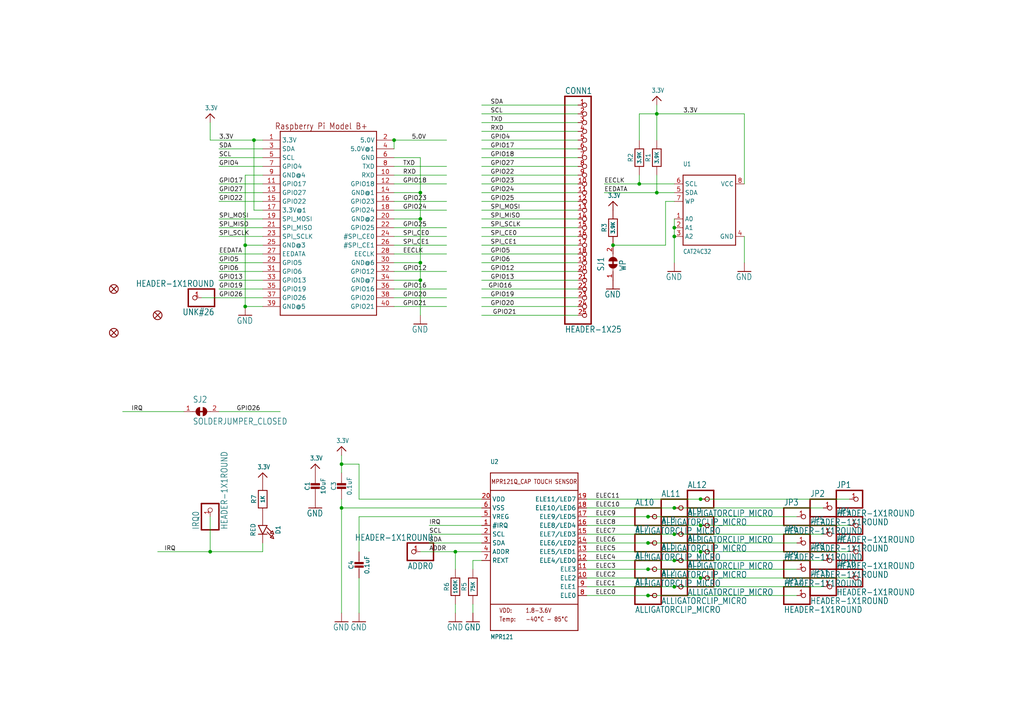
<source format=kicad_sch>
(kicad_sch (version 20211123) (generator eeschema)
  (paper "A4")
  (lib_symbols
    (symbol "eagleSchem-eagle-import:3.3V" (power)
      (property "Value" "3.3V" (at -1.524 1.016 0))
      (symbol "3.3V_1_0"
        (polyline (pts (xy -1.27 -1.27) (xy 0 0)) (stroke (width 0.254)))
        (polyline (pts (xy 0 0) (xy 1.27 -1.27)) (stroke (width 0.254)))
        (pin power_in line (at 0 -2.54 90) (length 2.54) (name "3.3V") (number "1"))
      )
    )
    (symbol "eagleSchem-eagle-import:ALLIGATORCLIP_MICRO"
      (property "Reference" "AL" (at -6.35 3.175 0))
      (property "Value" "ALLIGATORCLIP_MICRO" (at -6.35 -5.08 0))
      (symbol "ALLIGATORCLIP_MICRO_1_0"
        (polyline (pts (xy -6.35 -2.54) (xy 1.27 -2.54)) (stroke (width 0.4064)))
        (polyline (pts (xy -6.35 2.54) (xy -6.35 -2.54)) (stroke (width 0.4064)))
        (polyline (pts (xy 1.27 -2.54) (xy 1.27 2.54)) (stroke (width 0.4064)))
        (polyline (pts (xy 1.27 2.54) (xy -6.35 2.54)) (stroke (width 0.4064)))
        (pin passive inverted (at -2.54 0 0) (length 2.54) (name "1") (number "P$1"))
        (pin passive inverted (at -2.54 0 0) (length 2.54) (name "1") (number "P$2"))
      )
    )
    (symbol "eagleSchem-eagle-import:CAP_CERAMIC0805-NOOUTLINE"
      (property "Reference" "C" (at -2.29 1.25 90))
      (property "Value" "CAP_CERAMIC0805-NOOUTLINE" (at 2.3 1.25 90))
      (symbol "CAP_CERAMIC0805-NOOUTLINE_1_0"
        (rectangle (start -1.27 0.508) (end 1.27 1.016) (fill (type outline)))
        (rectangle (start -1.27 1.524) (end 1.27 2.032) (fill (type outline)))
        (polyline (pts (xy 0 0.762) (xy 0 0)) (stroke (width 0.1524)))
        (polyline (pts (xy 0 2.54) (xy 0 1.778)) (stroke (width 0.1524)))
        (pin passive line (at 0 5.08 270) (length 2.54) (name "1") (number "1"))
        (pin passive line (at 0 -2.54 90) (length 2.54) (name "2") (number "2"))
      )
    )
    (symbol "eagleSchem-eagle-import:EEPROM_I2C_SOIC8_GENERIC"
      (property "Reference" "U" (at -7.62 12.7 0))
      (property "Value" "EEPROM_I2C_SOIC8_GENERIC" (at -7.62 -12.7 0))
      (symbol "EEPROM_I2C_SOIC8_GENERIC_1_0"
        (polyline (pts (xy -7.62 -10.16) (xy -7.62 10.16)) (stroke (width 0.254)))
        (polyline (pts (xy -7.62 10.16) (xy 7.62 10.16)) (stroke (width 0.254)))
        (polyline (pts (xy 7.62 -10.16) (xy -7.62 -10.16)) (stroke (width 0.254)))
        (polyline (pts (xy 7.62 10.16) (xy 7.62 -10.16)) (stroke (width 0.254)))
        (pin input line (at -10.16 -2.54 0) (length 2.54) (name "A0") (number "1"))
        (pin input line (at -10.16 -5.08 0) (length 2.54) (name "A1") (number "2"))
        (pin input line (at -10.16 -7.62 0) (length 2.54) (name "A2") (number "3"))
        (pin power_in line (at 10.16 -7.62 180) (length 2.54) (name "GND") (number "4"))
        (pin bidirectional line (at -10.16 5.08 0) (length 2.54) (name "SDA") (number "5"))
        (pin input line (at -10.16 7.62 0) (length 2.54) (name "SCL") (number "6"))
        (pin input line (at -10.16 2.54 0) (length 2.54) (name "WP") (number "7"))
        (pin power_in line (at 10.16 7.62 180) (length 2.54) (name "VCC") (number "8"))
      )
    )
    (symbol "eagleSchem-eagle-import:FIDUCIAL{dblquote}{dblquote}"
      (symbol "FIDUCIAL{dblquote}{dblquote}_1_0"
        (polyline (pts (xy -0.762 0.762) (xy 0.762 -0.762)) (stroke (width 0.254)))
        (polyline (pts (xy 0.762 0.762) (xy -0.762 -0.762)) (stroke (width 0.254)))
        (circle (center 0 0) (radius 1.27) (stroke (width 0.254)))
      )
    )
    (symbol "eagleSchem-eagle-import:GND" (power)
      (property "Value" "GND" (at -2.54 -2.54 0))
      (symbol "GND_1_0"
        (polyline (pts (xy -1.905 0) (xy 1.905 0)) (stroke (width 0.254)))
        (pin power_in line (at 0 2.54 270) (length 2.54) (name "GND") (number "1"))
      )
    )
    (symbol "eagleSchem-eagle-import:HEADER-1X1ROUND"
      (property "Reference" "JP" (at -6.35 3.175 0))
      (property "Value" "HEADER-1X1ROUND" (at -6.35 -5.08 0))
      (symbol "HEADER-1X1ROUND_1_0"
        (polyline (pts (xy -6.35 -2.54) (xy 1.27 -2.54)) (stroke (width 0.4064)))
        (polyline (pts (xy -6.35 2.54) (xy -6.35 -2.54)) (stroke (width 0.4064)))
        (polyline (pts (xy 1.27 -2.54) (xy 1.27 2.54)) (stroke (width 0.4064)))
        (polyline (pts (xy 1.27 2.54) (xy -6.35 2.54)) (stroke (width 0.4064)))
        (pin passive inverted (at -2.54 0 0) (length 2.54) (name "1") (number "1"))
      )
    )
    (symbol "eagleSchem-eagle-import:HEADER-1X25"
      (property "Reference" "CONN" (at -3.81 33.655 0))
      (property "Value" "HEADER-1X25" (at -3.81 -35.56 0))
      (symbol "HEADER-1X25_1_0"
        (polyline (pts (xy -3.81 -33.02) (xy 3.81 -33.02)) (stroke (width 0.4064)))
        (polyline (pts (xy -3.81 33.02) (xy -3.81 -33.02)) (stroke (width 0.4064)))
        (polyline (pts (xy 3.81 -33.02) (xy 3.81 33.02)) (stroke (width 0.4064)))
        (polyline (pts (xy 3.81 33.02) (xy -3.81 33.02)) (stroke (width 0.4064)))
        (pin passive inverted (at 0 30.48 0) (length 2.54) (name "1") (number "1"))
        (pin passive inverted (at 0 7.62 0) (length 2.54) (name "10") (number "10"))
        (pin passive inverted (at 0 5.08 0) (length 2.54) (name "11") (number "11"))
        (pin passive inverted (at 0 2.54 0) (length 2.54) (name "12") (number "12"))
        (pin passive inverted (at 0 0 0) (length 2.54) (name "13") (number "13"))
        (pin passive inverted (at 0 -2.54 0) (length 2.54) (name "14") (number "14"))
        (pin passive inverted (at 0 -5.08 0) (length 2.54) (name "15") (number "15"))
        (pin passive inverted (at 0 -7.62 0) (length 2.54) (name "16") (number "16"))
        (pin passive inverted (at 0 -10.16 0) (length 2.54) (name "17") (number "17"))
        (pin passive inverted (at 0 -12.7 0) (length 2.54) (name "18") (number "18"))
        (pin passive inverted (at 0 -15.24 0) (length 2.54) (name "19") (number "19"))
        (pin passive inverted (at 0 27.94 0) (length 2.54) (name "2") (number "2"))
        (pin passive inverted (at 0 -17.78 0) (length 2.54) (name "20") (number "20"))
        (pin passive inverted (at 0 -20.32 0) (length 2.54) (name "21") (number "21"))
        (pin passive inverted (at 0 -22.86 0) (length 2.54) (name "22") (number "22"))
        (pin passive inverted (at 0 -25.4 0) (length 2.54) (name "23") (number "23"))
        (pin passive inverted (at 0 -27.94 0) (length 2.54) (name "24") (number "24"))
        (pin passive inverted (at 0 -30.48 0) (length 2.54) (name "25") (number "25"))
        (pin passive inverted (at 0 25.4 0) (length 2.54) (name "3") (number "3"))
        (pin passive inverted (at 0 22.86 0) (length 2.54) (name "4") (number "4"))
        (pin passive inverted (at 0 20.32 0) (length 2.54) (name "5") (number "5"))
        (pin passive inverted (at 0 17.78 0) (length 2.54) (name "6") (number "6"))
        (pin passive inverted (at 0 15.24 0) (length 2.54) (name "7") (number "7"))
        (pin passive inverted (at 0 12.7 0) (length 2.54) (name "8") (number "8"))
        (pin passive inverted (at 0 10.16 0) (length 2.54) (name "9") (number "9"))
      )
    )
    (symbol "eagleSchem-eagle-import:LED0805_NOOUTLINE"
      (property "Reference" "D" (at -1.27 4.445 0))
      (property "Value" "LED0805_NOOUTLINE" (at -1.27 -2.794 0))
      (symbol "LED0805_NOOUTLINE_1_0"
        (polyline (pts (xy -2.54 -1.27) (xy 0 0)) (stroke (width 0.254)))
        (polyline (pts (xy -2.54 1.27) (xy -2.54 -1.27)) (stroke (width 0.254)))
        (polyline (pts (xy -1.905 1.27) (xy -0.635 2.54)) (stroke (width 0.254)))
        (polyline (pts (xy -0.9525 2.8575) (xy -0.3175 2.2225)) (stroke (width 0.254)))
        (polyline (pts (xy -0.635 1.27) (xy 0.635 2.54)) (stroke (width 0.254)))
        (polyline (pts (xy -0.3175 2.2225) (xy 0 3.175)) (stroke (width 0.254)))
        (polyline (pts (xy 0 0) (xy -2.54 1.27)) (stroke (width 0.254)))
        (polyline (pts (xy 0 0) (xy 0 -1.27)) (stroke (width 0.254)))
        (polyline (pts (xy 0 1.27) (xy 0 0)) (stroke (width 0.254)))
        (polyline (pts (xy 0 3.175) (xy -0.9525 2.8575)) (stroke (width 0.254)))
        (polyline (pts (xy 0.3175 2.8575) (xy 0.9525 2.2225)) (stroke (width 0.254)))
        (polyline (pts (xy 0.9525 2.2225) (xy 1.27 3.175)) (stroke (width 0.254)))
        (polyline (pts (xy 1.27 3.175) (xy 0.3175 2.8575)) (stroke (width 0.254)))
        (pin passive line (at -5.08 0 0) (length 2.54) (name "A") (number "A"))
        (pin passive line (at 2.54 0 180) (length 2.54) (name "C") (number "C"))
      )
    )
    (symbol "eagleSchem-eagle-import:MPR121Q"
      (property "Reference" "U" (at -12.7 22.86 0))
      (property "Value" "MPR121Q" (at -12.7 -27.94 0))
      (symbol "MPR121Q_1_0"
        (polyline (pts (xy -12.7 -25.4) (xy 12.7 -25.4)) (stroke (width 0.254)))
        (polyline (pts (xy -12.7 -17.78) (xy -12.7 -25.4)) (stroke (width 0.254)))
        (polyline (pts (xy -12.7 -17.78) (xy -12.7 15.24)) (stroke (width 0.254)))
        (polyline (pts (xy -12.7 15.24) (xy -12.7 20.32)) (stroke (width 0.254)))
        (polyline (pts (xy -12.7 15.24) (xy 12.7 15.24)) (stroke (width 0.254)))
        (polyline (pts (xy -12.7 20.32) (xy 12.7 20.32)) (stroke (width 0.254)))
        (polyline (pts (xy 12.7 -25.4) (xy 12.7 -17.78)) (stroke (width 0.254)))
        (polyline (pts (xy 12.7 -17.78) (xy -12.7 -17.78)) (stroke (width 0.254)))
        (polyline (pts (xy 12.7 15.24) (xy 12.7 -17.78)) (stroke (width 0.254)))
        (polyline (pts (xy 12.7 20.32) (xy 12.7 15.24)) (stroke (width 0.254)))
        (text "-40°C - 85°C" (at -2.54 -22.86 0) (effects (font (size 1.27 1.0795)) (justify left bottom)))
        (text "1.8-3.6V" (at -2.54 -20.32 0) (effects (font (size 1.27 1.0795)) (justify left bottom)))
        (text "MPR121Q_CAP TOUCH SENSOR" (at 0 17.78 0) (effects (font (size 1.27 1.0795))))
        (text "Temp:" (at -10.16 -22.86 0) (effects (font (size 1.27 1.0795)) (justify left bottom)))
        (text "VDD:" (at -10.16 -20.32 0) (effects (font (size 1.27 1.0795)) (justify left bottom)))
        (pin bidirectional line (at -15.24 5.08 0) (length 2.54) (name "#IRQ") (number "1"))
        (pin bidirectional line (at 15.24 -10.16 180) (length 2.54) (name "ELE2") (number "10"))
        (pin bidirectional line (at 15.24 -7.62 180) (length 2.54) (name "ELE3") (number "11"))
        (pin bidirectional line (at 15.24 -5.08 180) (length 2.54) (name "ELE4/LED0") (number "12"))
        (pin bidirectional line (at 15.24 -2.54 180) (length 2.54) (name "ELE5/LED1") (number "13"))
        (pin bidirectional line (at 15.24 0 180) (length 2.54) (name "ELE6/LED2") (number "14"))
        (pin bidirectional line (at 15.24 2.54 180) (length 2.54) (name "ELE7/LED3") (number "15"))
        (pin bidirectional line (at 15.24 5.08 180) (length 2.54) (name "ELE8/LED4") (number "16"))
        (pin bidirectional line (at 15.24 7.62 180) (length 2.54) (name "ELE9/LED5") (number "17"))
        (pin bidirectional line (at 15.24 10.16 180) (length 2.54) (name "ELE10/LED6") (number "18"))
        (pin bidirectional line (at 15.24 12.7 180) (length 2.54) (name "ELE11/LED7") (number "19"))
        (pin bidirectional line (at -15.24 2.54 0) (length 2.54) (name "SCL") (number "2"))
        (pin power_in line (at -15.24 12.7 0) (length 2.54) (name "VDD") (number "20"))
        (pin bidirectional line (at -15.24 0 0) (length 2.54) (name "SDA") (number "3"))
        (pin bidirectional line (at -15.24 -2.54 0) (length 2.54) (name "ADDR") (number "4"))
        (pin bidirectional line (at -15.24 7.62 0) (length 2.54) (name "VREG") (number "5"))
        (pin power_in line (at -15.24 10.16 0) (length 2.54) (name "VSS") (number "6"))
        (pin bidirectional line (at -15.24 -5.08 0) (length 2.54) (name "REXT") (number "7"))
        (pin bidirectional line (at 15.24 -15.24 180) (length 2.54) (name "ELE0") (number "8"))
        (pin bidirectional line (at 15.24 -12.7 180) (length 2.54) (name "ELE1") (number "9"))
      )
    )
    (symbol "eagleSchem-eagle-import:RASPBERRYPI_BPLUS_HATSLOTS"
      (symbol "RASPBERRYPI_BPLUS_HATSLOTS_1_0"
        (polyline (pts (xy -12.7 -30.48) (xy -12.7 22.86)) (stroke (width 0.254)))
        (polyline (pts (xy -12.7 22.86) (xy 15.24 22.86)) (stroke (width 0.254)))
        (polyline (pts (xy 15.24 -30.48) (xy -12.7 -30.48)) (stroke (width 0.254)))
        (polyline (pts (xy 15.24 22.86) (xy 15.24 -30.48)) (stroke (width 0.254)))
        (text "Raspberry Pi Model B+" (at 12.7 25.4 0) (effects (font (size 1.778 1.5113)) (justify right top)))
        (pin power_in line (at -17.78 20.32 0) (length 5.08) (name "3.3V") (number "1"))
        (pin bidirectional line (at 20.32 10.16 180) (length 5.08) (name "RXD") (number "10"))
        (pin bidirectional line (at -17.78 7.62 0) (length 5.08) (name "GPIO17") (number "11"))
        (pin bidirectional line (at 20.32 7.62 180) (length 5.08) (name "GPIO18") (number "12"))
        (pin bidirectional line (at -17.78 5.08 0) (length 5.08) (name "GPIO27") (number "13"))
        (pin power_in line (at 20.32 5.08 180) (length 5.08) (name "GND@1") (number "14"))
        (pin bidirectional line (at -17.78 2.54 0) (length 5.08) (name "GPIO22") (number "15"))
        (pin bidirectional line (at 20.32 2.54 180) (length 5.08) (name "GPIO23") (number "16"))
        (pin power_in line (at -17.78 0 0) (length 5.08) (name "3.3V@1") (number "17"))
        (pin bidirectional line (at 20.32 0 180) (length 5.08) (name "GPIO24") (number "18"))
        (pin bidirectional line (at -17.78 -2.54 0) (length 5.08) (name "SPI_MOSI") (number "19"))
        (pin power_in line (at 20.32 20.32 180) (length 5.08) (name "5.0V") (number "2"))
        (pin power_in line (at 20.32 -2.54 180) (length 5.08) (name "GND@2") (number "20"))
        (pin bidirectional line (at -17.78 -5.08 0) (length 5.08) (name "SPI_MISO") (number "21"))
        (pin bidirectional line (at 20.32 -5.08 180) (length 5.08) (name "GPIO25") (number "22"))
        (pin bidirectional line (at -17.78 -7.62 0) (length 5.08) (name "SPI_SCLK") (number "23"))
        (pin bidirectional line (at 20.32 -7.62 180) (length 5.08) (name "#SPI_CE0") (number "24"))
        (pin power_in line (at -17.78 -10.16 0) (length 5.08) (name "GND@3") (number "25"))
        (pin bidirectional line (at 20.32 -10.16 180) (length 5.08) (name "#SPI_CE1") (number "26"))
        (pin bidirectional line (at -17.78 -12.7 0) (length 5.08) (name "EEDATA") (number "27"))
        (pin power_in line (at 20.32 -12.7 180) (length 5.08) (name "EECLK") (number "28"))
        (pin bidirectional line (at -17.78 -15.24 0) (length 5.08) (name "GPIO5") (number "29"))
        (pin bidirectional line (at -17.78 17.78 0) (length 5.08) (name "SDA") (number "3"))
        (pin bidirectional line (at 20.32 -15.24 180) (length 5.08) (name "GND@6") (number "30"))
        (pin power_in line (at -17.78 -17.78 0) (length 5.08) (name "GPIO6") (number "31"))
        (pin bidirectional line (at 20.32 -17.78 180) (length 5.08) (name "GPIO12") (number "32"))
        (pin bidirectional line (at -17.78 -20.32 0) (length 5.08) (name "GPIO13") (number "33"))
        (pin bidirectional line (at 20.32 -20.32 180) (length 5.08) (name "GND@7") (number "34"))
        (pin bidirectional line (at -17.78 -22.86 0) (length 5.08) (name "GPIO19") (number "35"))
        (pin power_in line (at 20.32 -22.86 180) (length 5.08) (name "GPIO16") (number "36"))
        (pin bidirectional line (at -17.78 -25.4 0) (length 5.08) (name "GPIO26") (number "37"))
        (pin bidirectional line (at 20.32 -25.4 180) (length 5.08) (name "GPIO20") (number "38"))
        (pin power_in line (at -17.78 -27.94 0) (length 5.08) (name "GND@5") (number "39"))
        (pin power_in line (at 20.32 17.78 180) (length 5.08) (name "5.0V@1") (number "4"))
        (pin bidirectional line (at 20.32 -27.94 180) (length 5.08) (name "GPIO21") (number "40"))
        (pin bidirectional line (at -17.78 15.24 0) (length 5.08) (name "SCL") (number "5"))
        (pin power_in line (at 20.32 15.24 180) (length 5.08) (name "GND") (number "6"))
        (pin bidirectional line (at -17.78 12.7 0) (length 5.08) (name "GPIO4") (number "7"))
        (pin output line (at 20.32 12.7 180) (length 5.08) (name "TXD") (number "8"))
        (pin power_in line (at -17.78 10.16 0) (length 5.08) (name "GND@4") (number "9"))
      )
    )
    (symbol "eagleSchem-eagle-import:RESISTOR0805_NOOUTLINE"
      (property "Reference" "R" (at 0 2.54 0))
      (property "Value" "RESISTOR0805_NOOUTLINE" (at 0 0 0))
      (symbol "RESISTOR0805_NOOUTLINE_1_0"
        (polyline (pts (xy -2.54 -1.27) (xy -2.54 1.27)) (stroke (width 0.254)))
        (polyline (pts (xy -2.54 1.27) (xy 2.54 1.27)) (stroke (width 0.254)))
        (polyline (pts (xy 2.54 -1.27) (xy -2.54 -1.27)) (stroke (width 0.254)))
        (polyline (pts (xy 2.54 1.27) (xy 2.54 -1.27)) (stroke (width 0.254)))
        (pin passive line (at -5.08 0 0) (length 2.54) (name "1") (number "1"))
        (pin passive line (at 5.08 0 180) (length 2.54) (name "2") (number "2"))
      )
    )
    (symbol "eagleSchem-eagle-import:SOLDERJUMPER_CLOSED"
      (property "Reference" "SJ" (at -2.54 2.54 0))
      (property "Value" "SOLDERJUMPER_CLOSED" (at -2.54 -3.81 0))
      (symbol "SOLDERJUMPER_CLOSED_1_0"
        (arc (start -0.381 1.2699) (mid -1.6508 0) (end -0.381 -1.2699) (stroke (width 0.0001)) (fill (type outline)))
        (polyline (pts (xy -2.54 0) (xy -1.651 0)) (stroke (width 0.1524)))
        (polyline (pts (xy -0.635 0) (xy 0.635 0)) (stroke (width 0.4064)))
        (polyline (pts (xy 2.54 0) (xy 1.651 0)) (stroke (width 0.1524)))
        (arc (start 0.381 -1.2699) (mid 1.6508 0) (end 0.381 1.2699) (stroke (width 0.0001)) (fill (type outline)))
        (pin passive line (at -5.08 0 0) (length 2.54) (name "1") (number "1"))
        (pin passive line (at 5.08 0 180) (length 2.54) (name "2") (number "2"))
      )
    )
  )
  (junction (at 203.2 152.4))
  (junction (at 187.96 172.72))
  (junction (at 195.58 154.94))
  (junction (at 121.92 55.88))
  (junction (at 99.06 134.62))
  (junction (at 203.2 144.78))
  (junction (at 203.2 167.64))
  (junction (at 187.96 165.1))
  (junction (at 121.92 81.28))
  (junction (at 121.92 63.5))
  (junction (at 195.58 147.32))
  (junction (at 114.3 40.64))
  (junction (at 185.42 53.34))
  (junction (at 71.12 71.12))
  (junction (at 177.8 71.12))
  (junction (at 187.96 157.48))
  (junction (at 99.06 147.32))
  (junction (at 195.58 170.18))
  (junction (at 195.58 66.04))
  (junction (at 190.5 33.02))
  (junction (at 121.92 76.2))
  (junction (at 132.08 160.02))
  (junction (at 203.2 160.02))
  (junction (at 195.58 68.58))
  (junction (at 60.96 160.02))
  (junction (at 71.12 88.9))
  (junction (at 187.96 149.86))
  (junction (at 73.66 40.64))
  (junction (at 195.58 162.56))
  (junction (at 190.5 55.88))
  (wire (pts (xy 195.58 66.04) (xy 195.58 68.58)))
  (wire (pts (xy 76.2 45.72) (xy 63.5 45.72)))
  (wire (pts (xy 76.2 88.9) (xy 71.12 88.9)))
  (wire (pts (xy 63.5 81.28) (xy 76.2 81.28)))
  (wire (pts (xy 139.7 154.94) (xy 124.46 154.94)))
  (wire (pts (xy 71.12 71.12) (xy 71.12 50.8)))
  (wire (pts (xy 114.3 63.5) (xy 121.92 63.5)))
  (wire (pts (xy 231.14 165.1) (xy 187.96 165.1)))
  (wire (pts (xy 190.5 40.64) (xy 190.5 33.02)))
  (wire (pts (xy 190.5 55.88) (xy 195.58 55.88)))
  (wire (pts (xy 53.34 119.38) (xy 35.56 119.38)))
  (wire (pts (xy 167.64 78.74) (xy 139.7 78.74)))
  (wire (pts (xy 99.06 137.16) (xy 99.06 134.62)))
  (wire (pts (xy 139.7 81.28) (xy 167.64 81.28)))
  (wire (pts (xy 238.76 162.56) (xy 195.58 162.56)))
  (wire (pts (xy 71.12 71.12) (xy 71.12 88.9)))
  (wire (pts (xy 170.18 160.02) (xy 203.2 160.02)))
  (wire (pts (xy 132.08 160.02) (xy 132.08 165.1)))
  (wire (pts (xy 76.2 73.66) (xy 63.5 73.66)))
  (wire (pts (xy 99.06 134.62) (xy 99.06 132.08)))
  (wire (pts (xy 73.66 60.96) (xy 73.66 40.64)))
  (wire (pts (xy 195.58 68.58) (xy 195.58 76.2)))
  (wire (pts (xy 114.3 71.12) (xy 129.54 71.12)))
  (wire (pts (xy 139.7 71.12) (xy 167.64 71.12)))
  (wire (pts (xy 114.3 76.2) (xy 121.92 76.2)))
  (wire (pts (xy 137.16 175.26) (xy 137.16 177.8)))
  (wire (pts (xy 76.2 160.02) (xy 60.96 160.02)))
  (wire (pts (xy 167.64 30.48) (xy 139.7 30.48)))
  (wire (pts (xy 139.7 152.4) (xy 124.46 152.4)))
  (wire (pts (xy 139.7 86.36) (xy 167.64 86.36)))
  (wire (pts (xy 203.2 144.78) (xy 246.38 144.78)))
  (wire (pts (xy 99.06 147.32) (xy 99.06 177.8)))
  (wire (pts (xy 114.3 43.18) (xy 114.3 40.64)))
  (wire (pts (xy 139.7 160.02) (xy 132.08 160.02)))
  (wire (pts (xy 114.3 45.72) (xy 121.92 45.72)))
  (wire (pts (xy 167.64 40.64) (xy 139.7 40.64)))
  (wire (pts (xy 238.76 147.32) (xy 195.58 147.32)))
  (wire (pts (xy 177.8 71.12) (xy 193.04 71.12)))
  (wire (pts (xy 114.3 40.64) (xy 129.54 40.64)))
  (wire (pts (xy 190.5 30.48) (xy 190.5 33.02)))
  (wire (pts (xy 170.18 157.48) (xy 187.96 157.48)))
  (wire (pts (xy 231.14 157.48) (xy 187.96 157.48)))
  (wire (pts (xy 139.7 43.18) (xy 167.64 43.18)))
  (wire (pts (xy 71.12 71.12) (xy 76.2 71.12)))
  (wire (pts (xy 137.16 162.56) (xy 137.16 165.1)))
  (wire (pts (xy 114.3 60.96) (xy 129.54 60.96)))
  (wire (pts (xy 132.08 175.26) (xy 132.08 177.8)))
  (wire (pts (xy 139.7 60.96) (xy 167.64 60.96)))
  (wire (pts (xy 114.3 66.04) (xy 129.54 66.04)))
  (wire (pts (xy 193.04 58.42) (xy 195.58 58.42)))
  (wire (pts (xy 114.3 68.58) (xy 129.54 68.58)))
  (wire (pts (xy 114.3 53.34) (xy 129.54 53.34)))
  (wire (pts (xy 167.64 73.66) (xy 139.7 73.66)))
  (wire (pts (xy 139.7 91.44) (xy 167.64 91.44)))
  (wire (pts (xy 114.3 81.28) (xy 121.92 81.28)))
  (wire (pts (xy 63.5 55.88) (xy 76.2 55.88)))
  (wire (pts (xy 63.5 66.04) (xy 76.2 66.04)))
  (wire (pts (xy 76.2 40.64) (xy 73.66 40.64)))
  (wire (pts (xy 203.2 160.02) (xy 246.38 160.02)))
  (wire (pts (xy 170.18 147.32) (xy 195.58 147.32)))
  (wire (pts (xy 121.92 45.72) (xy 121.92 55.88)))
  (wire (pts (xy 139.7 45.72) (xy 167.64 45.72)))
  (wire (pts (xy 76.2 48.26) (xy 63.5 48.26)))
  (wire (pts (xy 238.76 170.18) (xy 195.58 170.18)))
  (wire (pts (xy 58.42 86.36) (xy 76.2 86.36)))
  (wire (pts (xy 167.64 63.5) (xy 139.7 63.5)))
  (wire (pts (xy 71.12 50.8) (xy 76.2 50.8)))
  (wire (pts (xy 114.3 58.42) (xy 129.54 58.42)))
  (wire (pts (xy 203.2 167.64) (xy 246.38 167.64)))
  (wire (pts (xy 114.3 88.9) (xy 129.54 88.9)))
  (wire (pts (xy 104.14 167.64) (xy 104.14 177.8)))
  (wire (pts (xy 121.92 76.2) (xy 121.92 81.28)))
  (wire (pts (xy 114.3 86.36) (xy 129.54 86.36)))
  (wire (pts (xy 139.7 50.8) (xy 167.64 50.8)))
  (wire (pts (xy 187.96 149.86) (xy 231.14 149.86)))
  (wire (pts (xy 104.14 149.86) (xy 104.14 160.02)))
  (wire (pts (xy 139.7 33.02) (xy 167.64 33.02)))
  (wire (pts (xy 63.5 83.82) (xy 76.2 83.82)))
  (wire (pts (xy 114.3 55.88) (xy 121.92 55.88)))
  (wire (pts (xy 114.3 83.82) (xy 129.54 83.82)))
  (wire (pts (xy 73.66 40.64) (xy 60.96 40.64)))
  (wire (pts (xy 63.5 68.58) (xy 76.2 68.58)))
  (wire (pts (xy 170.18 167.64) (xy 203.2 167.64)))
  (wire (pts (xy 246.38 152.4) (xy 203.2 152.4)))
  (wire (pts (xy 195.58 63.5) (xy 195.58 66.04)))
  (wire (pts (xy 121.92 81.28) (xy 121.92 91.44)))
  (wire (pts (xy 121.92 55.88) (xy 121.92 63.5)))
  (wire (pts (xy 139.7 55.88) (xy 167.64 55.88)))
  (wire (pts (xy 170.18 144.78) (xy 203.2 144.78)))
  (wire (pts (xy 167.64 88.9) (xy 139.7 88.9)))
  (wire (pts (xy 190.5 50.8) (xy 190.5 55.88)))
  (wire (pts (xy 167.64 83.82) (xy 139.7 83.82)))
  (wire (pts (xy 76.2 53.34) (xy 63.5 53.34)))
  (wire (pts (xy 170.18 154.94) (xy 195.58 154.94)))
  (wire (pts (xy 63.5 78.74) (xy 76.2 78.74)))
  (wire (pts (xy 104.14 144.78) (xy 104.14 134.62)))
  (wire (pts (xy 114.3 73.66) (xy 129.54 73.66)))
  (wire (pts (xy 139.7 162.56) (xy 137.16 162.56)))
  (wire (pts (xy 60.96 149.86) (xy 60.96 160.02)))
  (wire (pts (xy 215.9 53.34) (xy 215.9 33.02)))
  (wire (pts (xy 185.42 53.34) (xy 175.26 53.34)))
  (wire (pts (xy 139.7 144.78) (xy 104.14 144.78)))
  (wire (pts (xy 104.14 134.62) (xy 99.06 134.62)))
  (wire (pts (xy 139.7 76.2) (xy 167.64 76.2)))
  (wire (pts (xy 170.18 172.72) (xy 187.96 172.72)))
  (wire (pts (xy 139.7 38.1) (xy 167.64 38.1)))
  (wire (pts (xy 121.92 63.5) (xy 121.92 76.2)))
  (wire (pts (xy 114.3 48.26) (xy 129.54 48.26)))
  (wire (pts (xy 129.54 50.8) (xy 114.3 50.8)))
  (wire (pts (xy 60.96 160.02) (xy 45.72 160.02)))
  (wire (pts (xy 139.7 66.04) (xy 167.64 66.04)))
  (wire (pts (xy 139.7 149.86) (xy 104.14 149.86)))
  (wire (pts (xy 193.04 71.12) (xy 193.04 58.42)))
  (wire (pts (xy 60.96 40.64) (xy 60.96 35.56)))
  (wire (pts (xy 167.64 35.56) (xy 139.7 35.56)))
  (wire (pts (xy 132.08 160.02) (xy 121.92 160.02)))
  (wire (pts (xy 63.5 63.5) (xy 76.2 63.5)))
  (wire (pts (xy 139.7 157.48) (xy 124.46 157.48)))
  (wire (pts (xy 114.3 78.74) (xy 129.54 78.74)))
  (wire (pts (xy 63.5 119.38) (xy 81.28 119.38)))
  (wire (pts (xy 190.5 33.02) (xy 185.42 33.02)))
  (wire (pts (xy 76.2 160.02) (xy 76.2 157.48)))
  (wire (pts (xy 170.18 149.86) (xy 187.96 149.86)))
  (wire (pts (xy 167.64 53.34) (xy 139.7 53.34)))
  (wire (pts (xy 170.18 165.1) (xy 187.96 165.1)))
  (wire (pts (xy 73.66 60.96) (xy 76.2 60.96)))
  (wire (pts (xy 175.26 55.88) (xy 190.5 55.88)))
  (wire (pts (xy 63.5 76.2) (xy 76.2 76.2)))
  (wire (pts (xy 170.18 162.56) (xy 195.58 162.56)))
  (wire (pts (xy 170.18 170.18) (xy 195.58 170.18)))
  (wire (pts (xy 99.06 144.78) (xy 99.06 147.32)))
  (wire (pts (xy 195.58 53.34) (xy 185.42 53.34)))
  (wire (pts (xy 167.64 68.58) (xy 139.7 68.58)))
  (wire (pts (xy 167.64 48.26) (xy 139.7 48.26)))
  (wire (pts (xy 139.7 147.32) (xy 99.06 147.32)))
  (wire (pts (xy 170.18 152.4) (xy 203.2 152.4)))
  (wire (pts (xy 187.96 172.72) (xy 231.14 172.72)))
  (wire (pts (xy 185.42 33.02) (xy 185.42 40.64)))
  (wire (pts (xy 215.9 68.58) (xy 215.9 76.2)))
  (wire (pts (xy 167.64 58.42) (xy 139.7 58.42)))
  (wire (pts (xy 195.58 154.94) (xy 238.76 154.94)))
  (wire (pts (xy 185.42 50.8) (xy 185.42 53.34)))
  (wire (pts (xy 215.9 33.02) (xy 190.5 33.02)))
  (wire (pts (xy 76.2 58.42) (xy 63.5 58.42)))
  (wire (pts (xy 76.2 43.18) (xy 63.5 43.18)))
  (label "SPI_CE0" (at 142.24 68.58 0) (effects (font (size 1.2446 1.2446))))
  (label "3.3V" (at 198.12 33.02 0) (effects (font (size 1.2446 1.2446))))
  (label "ELEC11" (at 172.72 144.78 0) (effects (font (size 1.2446 1.2446))))
  (label "SPI_MOSI" (at 63.5 63.5 0) (effects (font (size 1.2446 1.2446))))
  (label "GPIO12" (at 142.24 78.74 0) (effects (font (size 1.2446 1.2446))))
  (label "GPIO23" (at 142.24 53.34 0) (effects (font (size 1.2446 1.2446))))
  (label "GPIO25" (at 116.84 66.04 0) (effects (font (size 1.2446 1.2446))))
  (label "SPI_MOSI" (at 142.24 60.96 0) (effects (font (size 1.2446 1.2446))))
  (label "GPIO6" (at 142.24 76.2 0) (effects (font (size 1.2446 1.2446))))
  (label "GPIO24" (at 116.84 60.96 0) (effects (font (size 1.2446 1.2446))))
  (label "ELEC7" (at 172.72 154.94 0) (effects (font (size 1.2446 1.2446))))
  (label "GPIO27" (at 142.24 48.26 0) (effects (font (size 1.2446 1.2446))))
  (label "ELEC8" (at 172.72 152.4 0) (effects (font (size 1.2446 1.2446))))
  (label "EEDATA" (at 175.26 55.88 0) (effects (font (size 1.2446 1.2446))))
  (label "SCL" (at 142.24 33.02 0) (effects (font (size 1.2446 1.2446))))
  (label "GPIO21" (at 116.84 88.9 0) (effects (font (size 1.2446 1.2446))))
  (label "GPIO26" (at 68.58 119.38 0) (effects (font (size 1.2446 1.2446))))
  (label "SPI_SCLK" (at 142.24 66.04 0) (effects (font (size 1.2446 1.2446))))
  (label "GPIO13" (at 142.24 81.28 0) (effects (font (size 1.2446 1.2446))))
  (label "GPIO12" (at 116.84 78.74 0) (effects (font (size 1.2446 1.2446))))
  (label "GPIO4" (at 142.24 40.64 0) (effects (font (size 1.2446 1.2446))))
  (label "GPIO16" (at 116.84 83.82 0) (effects (font (size 1.2446 1.2446))))
  (label "GPIO23" (at 116.84 58.42 0) (effects (font (size 1.2446 1.2446))))
  (label "ELEC1" (at 172.72 170.18 0) (effects (font (size 1.2446 1.2446))))
  (label "ADDR" (at 124.46 160.02 0) (effects (font (size 1.2446 1.2446))))
  (label "GPIO5" (at 142.24 73.66 0) (effects (font (size 1.2446 1.2446))))
  (label "GPIO13" (at 63.5 81.28 0) (effects (font (size 1.2446 1.2446))))
  (label "GPIO4" (at 63.5 48.26 0) (effects (font (size 1.2446 1.2446))))
  (label "ELEC6" (at 172.72 157.48 0) (effects (font (size 1.2446 1.2446))))
  (label "SDA" (at 63.5 43.18 0) (effects (font (size 1.2446 1.2446))))
  (label "GPIO20" (at 142.24 88.9 0) (effects (font (size 1.2446 1.2446))))
  (label "ELEC2" (at 172.72 167.64 0) (effects (font (size 1.2446 1.2446))))
  (label "GPIO21" (at 142.875 91.44 0) (effects (font (size 1.2446 1.2446))))
  (label "SCL" (at 63.5 45.72 0) (effects (font (size 1.2446 1.2446))))
  (label "SPI_CE1" (at 142.24 71.12 0) (effects (font (size 1.2446 1.2446))))
  (label "TXD" (at 116.84 48.26 0) (effects (font (size 1.2446 1.2446))))
  (label "ELEC9" (at 172.72 149.86 0) (effects (font (size 1.2446 1.2446))))
  (label "SDA" (at 124.46 157.48 0) (effects (font (size 1.2446 1.2446))))
  (label "GPIO26" (at 63.5 86.36 0) (effects (font (size 1.2446 1.2446))))
  (label "EECLK" (at 116.84 73.66 0) (effects (font (size 1.2446 1.2446))))
  (label "IRQ" (at 38.1 119.38 0) (effects (font (size 1.2446 1.2446))))
  (label "GPIO17" (at 142.24 43.18 0) (effects (font (size 1.2446 1.2446))))
  (label "SPI_MISO" (at 142.24 63.5 0) (effects (font (size 1.2446 1.2446))))
  (label "SPI_SCLK" (at 63.5 68.58 0) (effects (font (size 1.2446 1.2446))))
  (label "5.0V" (at 119.38 40.64 0) (effects (font (size 1.2446 1.2446))))
  (label "GPIO25" (at 142.24 58.42 0) (effects (font (size 1.2446 1.2446))))
  (label "SDA" (at 142.24 30.48 0) (effects (font (size 1.2446 1.2446))))
  (label "GPIO22" (at 63.5 58.42 0) (effects (font (size 1.2446 1.2446))))
  (label "3.3V" (at 63.5 40.64 0) (effects (font (size 1.2446 1.2446))))
  (label "GPIO6" (at 63.5 78.74 0) (effects (font (size 1.2446 1.2446))))
  (label "IRQ" (at 47.625 160.02 0) (effects (font (size 1.2446 1.2446))))
  (label "ELEC4" (at 172.72 162.56 0) (effects (font (size 1.2446 1.2446))))
  (label "SPI_CE0" (at 116.84 68.58 0) (effects (font (size 1.2446 1.2446))))
  (label "GPIO24" (at 142.24 55.88 0) (effects (font (size 1.2446 1.2446))))
  (label "GPIO22" (at 142.24 50.8 0) (effects (font (size 1.2446 1.2446))))
  (label "GPIO17" (at 63.5 53.34 0) (effects (font (size 1.2446 1.2446))))
  (label "GPIO16" (at 141.605 83.82 0) (effects (font (size 1.2446 1.2446))))
  (label "GPIO5" (at 63.5 76.2 0) (effects (font (size 1.2446 1.2446))))
  (label "ELEC3" (at 172.72 165.1 0) (effects (font (size 1.2446 1.2446))))
  (label "GPIO18" (at 142.24 45.72 0) (effects (font (size 1.2446 1.2446))))
  (label "GPIO19" (at 142.24 86.36 0) (effects (font (size 1.2446 1.2446))))
  (label "EECLK" (at 175.26 53.34 0) (effects (font (size 1.2446 1.2446))))
  (label "GPIO20" (at 116.84 86.36 0) (effects (font (size 1.2446 1.2446))))
  (label "SPI_CE1" (at 116.84 71.12 0) (effects (font (size 1.2446 1.2446))))
  (label "SCL" (at 124.46 154.94 0) (effects (font (size 1.2446 1.2446))))
  (label "GPIO19" (at 63.5 83.82 0) (effects (font (size 1.2446 1.2446))))
  (label "TXD" (at 142.24 35.56 0) (effects (font (size 1.2446 1.2446))))
  (label "ELEC0" (at 172.72 172.72 0) (effects (font (size 1.2446 1.2446))))
  (label "RXD" (at 116.84 50.8 0) (effects (font (size 1.2446 1.2446))))
  (label "GPIO27" (at 63.5 55.88 0) (effects (font (size 1.2446 1.2446))))
  (label "SPI_MISO" (at 63.5 66.04 0) (effects (font (size 1.2446 1.2446))))
  (label "EEDATA" (at 63.5 73.66 0) (effects (font (size 1.2446 1.2446))))
  (label "ELEC10" (at 172.72 147.32 0) (effects (font (size 1.2446 1.2446))))
  (label "RXD" (at 142.24 38.1 0) (effects (font (size 1.2446 1.2446))))
  (label "GPIO18" (at 116.84 53.34 0) (effects (font (size 1.2446 1.2446))))
  (label "ELEC5" (at 172.72 160.02 0) (effects (font (size 1.2446 1.2446))))
  (label "IRQ" (at 124.46 152.4 0) (effects (font (size 1.2446 1.2446))))
  (symbol (lib_id "eagleSchem-eagle-import:3.3V") (at 76.2 137.16 0) (unit 1)
    (property "Reference" "#U$12" (effects hide))
    (property "Value" "3.3V" (at 74.676 136.144 0) (effects (font (size 1.27 1.0795)) (justify left bottom)))
    (property "Footprint" "eagleSchem:" (effects hide))
  )
  (symbol (lib_id "eagleSchem-eagle-import:GND") (at 99.06 180.34 0) (unit 1)
    (property "Reference" "#U$2" (effects hide))
    (property "Value" "GND" (at 96.52 182.88 0) (effects (font (size 1.778 1.5113)) (justify left bottom)))
    (property "Footprint" "eagleSchem:" (effects hide))
  )
  (symbol (lib_id "eagleSchem-eagle-import:HEADER-1X1ROUND") (at 233.68 157.48 0) (unit 1)
    (property "Reference" "JP6" (at 227.33 154.305 0) (effects (font (size 1.778 1.5113)) (justify left bottom)))
    (property "Value" "HEADER-1X1ROUND" (at 227.33 162.56 0) (effects (font (size 1.778 1.5113)) (justify left bottom)))
    (property "Footprint" "eagleSchem:1X01_ROUND" (effects hide))
  )
  (symbol (lib_id "eagleSchem-eagle-import:CAP_CERAMIC0805-NOOUTLINE") (at 99.06 142.24 0) (unit 1)
    (property "Reference" "C3" (at 96.77 140.99 90))
    (property "Value" "0.1uF" (at 101.36 140.99 90))
    (property "Footprint" "eagleSchem:0805-NO" (effects hide))
  )
  (symbol (lib_id "eagleSchem-eagle-import:3.3V") (at 99.06 129.54 0) (unit 1)
    (property "Reference" "#U$1" (effects hide))
    (property "Value" "3.3V" (at 97.536 128.524 0) (effects (font (size 1.27 1.0795)) (justify left bottom)))
    (property "Footprint" "eagleSchem:" (effects hide))
  )
  (symbol (lib_id "eagleSchem-eagle-import:3.3V") (at 60.96 33.02 0) (unit 1)
    (property "Reference" "#U$13" (effects hide))
    (property "Value" "3.3V" (at 59.436 32.004 0) (effects (font (size 1.27 1.0795)) (justify left bottom)))
    (property "Footprint" "eagleSchem:" (effects hide))
  )
  (symbol (lib_id "eagleSchem-eagle-import:CAP_CERAMIC0805-NOOUTLINE") (at 91.44 142.24 0) (unit 1)
    (property "Reference" "C1" (at 89.15 140.99 90))
    (property "Value" "10uF" (at 93.74 140.99 90))
    (property "Footprint" "eagleSchem:0805-NO" (effects hide))
  )
  (symbol (lib_id "eagleSchem-eagle-import:GND") (at 195.58 78.74 0) (unit 1)
    (property "Reference" "#GND3" (effects hide))
    (property "Value" "GND" (at 193.04 81.28 0) (effects (font (size 1.778 1.5113)) (justify left bottom)))
    (property "Footprint" "eagleSchem:" (effects hide))
  )
  (symbol (lib_id "eagleSchem-eagle-import:SOLDERJUMPER_CLOSED") (at 58.42 119.38 0) (unit 1)
    (property "Reference" "SJ2" (at 55.88 116.84 0) (effects (font (size 1.778 1.5113)) (justify left bottom)))
    (property "Value" "SOLDERJUMPER_CLOSED" (at 55.88 123.19 0) (effects (font (size 1.778 1.5113)) (justify left bottom)))
    (property "Footprint" "eagleSchem:SOLDERJUMPER_CLOSEDWIRE" (effects hide))
  )
  (symbol (lib_id "eagleSchem-eagle-import:RESISTOR0805_NOOUTLINE") (at 132.08 170.18 90) (unit 1)
    (property "Reference" "R6" (at 129.54 170.18 0))
    (property "Value" "100K" (at 132.08 170.18 0) (effects (font (size 1.016 1.016) bold)))
    (property "Footprint" "eagleSchem:0805-NO" (effects hide))
  )
  (symbol (lib_id "eagleSchem-eagle-import:HEADER-1X1ROUND") (at 119.38 160.02 180) (unit 1)
    (property "Reference" "ADDR0" (at 125.73 163.195 0) (effects (font (size 1.778 1.5113)) (justify left bottom)))
    (property "Value" "HEADER-1X1ROUND" (at 125.73 154.94 0) (effects (font (size 1.778 1.5113)) (justify left bottom)))
    (property "Footprint" "eagleSchem:1X01_ROUND" (effects hide))
  )
  (symbol (lib_id "eagleSchem-eagle-import:HEADER-1X1ROUND") (at 233.68 149.86 0) (unit 1)
    (property "Reference" "JP3" (at 227.33 146.685 0) (effects (font (size 1.778 1.5113)) (justify left bottom)))
    (property "Value" "HEADER-1X1ROUND" (at 227.33 154.94 0) (effects (font (size 1.778 1.5113)) (justify left bottom)))
    (property "Footprint" "eagleSchem:1X01_ROUND" (effects hide))
  )
  (symbol (lib_id "eagleSchem-eagle-import:HEADER-1X1ROUND") (at 248.92 144.78 0) (unit 1)
    (property "Reference" "JP1" (at 242.57 141.605 0) (effects (font (size 1.778 1.5113)) (justify left bottom)))
    (property "Value" "HEADER-1X1ROUND" (at 242.57 149.86 0) (effects (font (size 1.778 1.5113)) (justify left bottom)))
    (property "Footprint" "eagleSchem:1X01_ROUND" (effects hide))
  )
  (symbol (lib_id "eagleSchem-eagle-import:EEPROM_I2C_SOIC8_GENERIC") (at 205.74 60.96 0) (unit 1)
    (property "Reference" "U1" (at 198.12 48.26 0) (effects (font (size 1.27 1.0795)) (justify left bottom)))
    (property "Value" "CAT24C32" (at 198.12 73.66 0) (effects (font (size 1.27 1.0795)) (justify left bottom)))
    (property "Footprint" "eagleSchem:SOIC8_150MIL" (effects hide))
  )
  (symbol (lib_id "eagleSchem-eagle-import:MPR121Q") (at 154.94 157.48 0) (unit 1)
    (property "Reference" "U2" (at 142.24 134.62 0) (effects (font (size 1.27 1.0795)) (justify left bottom)))
    (property "Value" "MPR121" (at 142.24 185.42 0) (effects (font (size 1.27 1.0795)) (justify left bottom)))
    (property "Footprint" "eagleSchem:QFN20_3MM_NOTHERMAL" (effects hide))
  )
  (symbol (lib_id "eagleSchem-eagle-import:HEADER-1X1ROUND") (at 233.68 165.1 0) (unit 1)
    (property "Reference" "JP9" (at 227.33 161.925 0) (effects (font (size 1.778 1.5113)) (justify left bottom)))
    (property "Value" "HEADER-1X1ROUND" (at 227.33 170.18 0) (effects (font (size 1.778 1.5113)) (justify left bottom)))
    (property "Footprint" "eagleSchem:1X01_ROUND" (effects hide))
  )
  (symbol (lib_id "eagleSchem-eagle-import:HEADER-1X1ROUND") (at 248.92 152.4 0) (unit 1)
    (property "Reference" "JP4" (at 242.57 149.225 0) (effects (font (size 1.778 1.5113)) (justify left bottom)))
    (property "Value" "HEADER-1X1ROUND" (at 242.57 157.48 0) (effects (font (size 1.778 1.5113)) (justify left bottom)))
    (property "Footprint" "eagleSchem:1X01_ROUND" (effects hide))
  )
  (symbol (lib_id "eagleSchem-eagle-import:GND") (at 137.16 180.34 0) (unit 1)
    (property "Reference" "#U$4" (effects hide))
    (property "Value" "GND" (at 134.62 182.88 0) (effects (font (size 1.778 1.5113)) (justify left bottom)))
    (property "Footprint" "eagleSchem:" (effects hide))
  )
  (symbol (lib_id "eagleSchem-eagle-import:3.3V") (at 91.44 134.62 0) (unit 1)
    (property "Reference" "#U$8" (effects hide))
    (property "Value" "3.3V" (at 89.916 133.604 0) (effects (font (size 1.27 1.0795)) (justify left bottom)))
    (property "Footprint" "eagleSchem:" (effects hide))
  )
  (symbol (lib_id "eagleSchem-eagle-import:HEADER-1X1ROUND") (at 55.88 86.36 180) (unit 1)
    (property "Reference" "UNK#26" (at 62.23 89.535 0) (effects (font (size 1.778 1.5113)) (justify left bottom)))
    (property "Value" "HEADER-1X1ROUND" (at 62.23 81.28 0) (effects (font (size 1.778 1.5113)) (justify left bottom)))
    (property "Footprint" "eagleSchem:1X01_ROUND" (effects hide))
  )
  (symbol (lib_id "eagleSchem-eagle-import:GND") (at 132.08 180.34 0) (unit 1)
    (property "Reference" "#U$7" (effects hide))
    (property "Value" "GND" (at 129.54 182.88 0) (effects (font (size 1.778 1.5113)) (justify left bottom)))
    (property "Footprint" "eagleSchem:" (effects hide))
  )
  (symbol (lib_id "eagleSchem-eagle-import:ALLIGATORCLIP_MICRO") (at 198.12 147.32 0) (unit 1)
    (property "Reference" "AL11" (at 191.77 144.145 0) (effects (font (size 1.778 1.5113)) (justify left bottom)))
    (property "Value" "ALLIGATORCLIP_MICRO" (at 191.77 152.4 0) (effects (font (size 1.778 1.5113)) (justify left bottom)))
    (property "Footprint" "eagleSchem:ALLIGATORCLIP" (effects hide))
  )
  (symbol (lib_id "eagleSchem-eagle-import:3.3V") (at 177.8 58.42 0) (unit 1)
    (property "Reference" "#U$15" (effects hide))
    (property "Value" "3.3V" (at 176.276 57.404 0) (effects (font (size 1.27 1.0795)) (justify left bottom)))
    (property "Footprint" "eagleSchem:" (effects hide))
  )
  (symbol (lib_id "eagleSchem-eagle-import:SOLDERJUMPER_CLOSED") (at 177.8 76.2 90) (unit 1)
    (property "Reference" "SJ1" (at 175.26 78.74 0) (effects (font (size 1.778 1.5113)) (justify left bottom)))
    (property "Value" "WP" (at 181.61 78.74 0) (effects (font (size 1.778 1.5113)) (justify left bottom)))
    (property "Footprint" "eagleSchem:SOLDERJUMPER_CLOSEDWIRE" (effects hide))
  )
  (symbol (lib_id "eagleSchem-eagle-import:HEADER-1X1ROUND") (at 248.92 160.02 0) (unit 1)
    (property "Reference" "JP7" (at 242.57 156.845 0) (effects (font (size 1.778 1.5113)) (justify left bottom)))
    (property "Value" "HEADER-1X1ROUND" (at 242.57 165.1 0) (effects (font (size 1.778 1.5113)) (justify left bottom)))
    (property "Footprint" "eagleSchem:1X01_ROUND" (effects hide))
  )
  (symbol (lib_id "eagleSchem-eagle-import:ALLIGATORCLIP_MICRO") (at 198.12 154.94 0) (unit 1)
    (property "Reference" "AL8" (at 191.77 151.765 0) (effects (font (size 1.778 1.5113)) (justify left bottom)))
    (property "Value" "ALLIGATORCLIP_MICRO" (at 191.77 160.02 0) (effects (font (size 1.778 1.5113)) (justify left bottom)))
    (property "Footprint" "eagleSchem:ALLIGATORCLIP" (effects hide))
  )
  (symbol (lib_id "eagleSchem-eagle-import:GND") (at 177.8 83.82 0) (unit 1)
    (property "Reference" "#GND5" (effects hide))
    (property "Value" "GND" (at 175.26 86.36 0) (effects (font (size 1.778 1.5113)) (justify left bottom)))
    (property "Footprint" "eagleSchem:" (effects hide))
  )
  (symbol (lib_id "eagleSchem-eagle-import:GND") (at 121.92 93.98 0) (unit 1)
    (property "Reference" "#GND2" (effects hide))
    (property "Value" "GND" (at 119.38 96.52 0) (effects (font (size 1.778 1.5113)) (justify left bottom)))
    (property "Footprint" "eagleSchem:" (effects hide))
  )
  (symbol (lib_id "eagleSchem-eagle-import:ALLIGATORCLIP_MICRO") (at 205.74 144.78 0) (unit 1)
    (property "Reference" "AL12" (at 199.39 141.605 0) (effects (font (size 1.778 1.5113)) (justify left bottom)))
    (property "Value" "ALLIGATORCLIP_MICRO" (at 199.39 149.86 0) (effects (font (size 1.778 1.5113)) (justify left bottom)))
    (property "Footprint" "eagleSchem:ALLIGATORCLIP" (effects hide))
  )
  (symbol (lib_id "eagleSchem-eagle-import:ALLIGATORCLIP_MICRO") (at 190.5 172.72 0) (unit 1)
    (property "Reference" "AL1" (at 184.15 169.545 0) (effects (font (size 1.778 1.5113)) (justify left bottom)))
    (property "Value" "ALLIGATORCLIP_MICRO" (at 184.15 177.8 0) (effects (font (size 1.778 1.5113)) (justify left bottom)))
    (property "Footprint" "eagleSchem:ALLIGATORCLIP" (effects hide))
  )
  (symbol (lib_id "eagleSchem-eagle-import:HEADER-1X1ROUND") (at 233.68 172.72 0) (unit 1)
    (property "Reference" "JP12" (at 227.33 169.545 0) (effects (font (size 1.778 1.5113)) (justify left bottom)))
    (property "Value" "HEADER-1X1ROUND" (at 227.33 177.8 0) (effects (font (size 1.778 1.5113)) (justify left bottom)))
    (property "Footprint" "eagleSchem:1X01_ROUND" (effects hide))
  )
  (symbol (lib_id "eagleSchem-eagle-import:ALLIGATORCLIP_MICRO") (at 205.74 152.4 0) (unit 1)
    (property "Reference" "AL9" (at 199.39 149.225 0) (effects (font (size 1.778 1.5113)) (justify left bottom)))
    (property "Value" "ALLIGATORCLIP_MICRO" (at 199.39 157.48 0) (effects (font (size 1.778 1.5113)) (justify left bottom)))
    (property "Footprint" "eagleSchem:ALLIGATORCLIP" (effects hide))
  )
  (symbol (lib_id "eagleSchem-eagle-import:ALLIGATORCLIP_MICRO") (at 205.74 160.02 0) (unit 1)
    (property "Reference" "AL6" (at 199.39 156.845 0) (effects (font (size 1.778 1.5113)) (justify left bottom)))
    (property "Value" "ALLIGATORCLIP_MICRO" (at 199.39 165.1 0) (effects (font (size 1.778 1.5113)) (justify left bottom)))
    (property "Footprint" "eagleSchem:ALLIGATORCLIP" (effects hide))
  )
  (symbol (lib_id "eagleSchem-eagle-import:CAP_CERAMIC0805-NOOUTLINE") (at 104.14 165.1 0) (unit 1)
    (property "Reference" "C4" (at 101.85 163.85 90))
    (property "Value" "0.1uF" (at 106.44 163.85 90))
    (property "Footprint" "eagleSchem:0805-NO" (effects hide))
  )
  (symbol (lib_id "eagleSchem-eagle-import:FIDUCIAL{dblquote}{dblquote}") (at 45.72 91.44 0) (unit 1)
    (property "Reference" "FID3" (effects hide))
    (property "Value" "FIDUCIAL{dblquote}{dblquote}" (effects hide))
    (property "Footprint" "eagleSchem:FIDUCIAL_1MM" (effects hide))
  )
  (symbol (lib_id "eagleSchem-eagle-import:HEADER-1X1ROUND") (at 248.92 167.64 0) (unit 1)
    (property "Reference" "JP10" (at 242.57 164.465 0) (effects (font (size 1.778 1.5113)) (justify left bottom)))
    (property "Value" "HEADER-1X1ROUND" (at 242.57 172.72 0) (effects (font (size 1.778 1.5113)) (justify left bottom)))
    (property "Footprint" "eagleSchem:1X01_ROUND" (effects hide))
  )
  (symbol (lib_id "eagleSchem-eagle-import:RESISTOR0805_NOOUTLINE") (at 185.42 45.72 90) (unit 1)
    (property "Reference" "R2" (at 182.88 45.72 0))
    (property "Value" "3.9K" (at 185.42 45.72 0) (effects (font (size 1.016 1.016) bold)))
    (property "Footprint" "eagleSchem:0805-NO" (effects hide))
  )
  (symbol (lib_id "eagleSchem-eagle-import:ALLIGATORCLIP_MICRO") (at 198.12 170.18 0) (unit 1)
    (property "Reference" "AL2" (at 191.77 167.005 0) (effects (font (size 1.778 1.5113)) (justify left bottom)))
    (property "Value" "ALLIGATORCLIP_MICRO" (at 191.77 175.26 0) (effects (font (size 1.778 1.5113)) (justify left bottom)))
    (property "Footprint" "eagleSchem:ALLIGATORCLIP" (effects hide))
  )
  (symbol (lib_id "eagleSchem-eagle-import:GND") (at 104.14 180.34 0) (unit 1)
    (property "Reference" "#U$3" (effects hide))
    (property "Value" "GND" (at 101.6 182.88 0) (effects (font (size 1.778 1.5113)) (justify left bottom)))
    (property "Footprint" "eagleSchem:" (effects hide))
  )
  (symbol (lib_id "eagleSchem-eagle-import:FIDUCIAL{dblquote}{dblquote}") (at 33.02 83.82 0) (unit 1)
    (property "Reference" "FID1" (effects hide))
    (property "Value" "FIDUCIAL{dblquote}{dblquote}" (effects hide))
    (property "Footprint" "eagleSchem:FIDUCIAL_1MM" (effects hide))
  )
  (symbol (lib_id "eagleSchem-eagle-import:GND") (at 215.9 78.74 0) (unit 1)
    (property "Reference" "#GND4" (effects hide))
    (property "Value" "GND" (at 213.36 81.28 0) (effects (font (size 1.778 1.5113)) (justify left bottom)))
    (property "Footprint" "eagleSchem:" (effects hide))
  )
  (symbol (lib_id "eagleSchem-eagle-import:ALLIGATORCLIP_MICRO") (at 198.12 162.56 0) (unit 1)
    (property "Reference" "AL5" (at 191.77 159.385 0) (effects (font (size 1.778 1.5113)) (justify left bottom)))
    (property "Value" "ALLIGATORCLIP_MICRO" (at 191.77 167.64 0) (effects (font (size 1.778 1.5113)) (justify left bottom)))
    (property "Footprint" "eagleSchem:ALLIGATORCLIP" (effects hide))
  )
  (symbol (lib_id "eagleSchem-eagle-import:HEADER-1X25") (at 167.64 60.96 0) (unit 1)
    (property "Reference" "CONN1" (at 163.83 27.305 0) (effects (font (size 1.778 1.5113)) (justify left bottom)))
    (property "Value" "HEADER-1X25" (at 163.83 96.52 0) (effects (font (size 1.778 1.5113)) (justify left bottom)))
    (property "Footprint" "eagleSchem:1X25_ROUND_70MIL" (effects hide))
  )
  (symbol (lib_id "eagleSchem-eagle-import:HEADER-1X1ROUND") (at 241.3 170.18 0) (unit 1)
    (property "Reference" "JP11" (at 234.95 167.005 0) (effects (font (size 1.778 1.5113)) (justify left bottom)))
    (property "Value" "HEADER-1X1ROUND" (at 234.95 175.26 0) (effects (font (size 1.778 1.5113)) (justify left bottom)))
    (property "Footprint" "eagleSchem:1X01_ROUND" (effects hide))
  )
  (symbol (lib_id "eagleSchem-eagle-import:ALLIGATORCLIP_MICRO") (at 190.5 149.86 0) (unit 1)
    (property "Reference" "AL10" (at 184.15 146.685 0) (effects (font (size 1.778 1.5113)) (justify left bottom)))
    (property "Value" "ALLIGATORCLIP_MICRO" (at 184.15 154.94 0) (effects (font (size 1.778 1.5113)) (justify left bottom)))
    (property "Footprint" "eagleSchem:ALLIGATORCLIP" (effects hide))
  )
  (symbol (lib_id "eagleSchem-eagle-import:FIDUCIAL{dblquote}{dblquote}") (at 33.02 96.52 0) (unit 1)
    (property "Reference" "FID2" (effects hide))
    (property "Value" "FIDUCIAL{dblquote}{dblquote}" (effects hide))
    (property "Footprint" "eagleSchem:FIDUCIAL_1MM" (effects hide))
  )
  (symbol (lib_id "eagleSchem-eagle-import:RESISTOR0805_NOOUTLINE") (at 177.8 66.04 90) (unit 1)
    (property "Reference" "R3" (at 175.26 66.04 0))
    (property "Value" "3.9K" (at 177.8 66.04 0) (effects (font (size 1.016 1.016) bold)))
    (property "Footprint" "eagleSchem:0805-NO" (effects hide))
  )
  (symbol (lib_id "eagleSchem-eagle-import:GND") (at 71.12 91.44 0) (unit 1)
    (property "Reference" "#GND1" (effects hide))
    (property "Value" "GND" (at 68.58 93.98 0) (effects (font (size 1.778 1.5113)) (justify left bottom)))
    (property "Footprint" "eagleSchem:" (effects hide))
  )
  (symbol (lib_id "eagleSchem-eagle-import:RESISTOR0805_NOOUTLINE") (at 190.5 45.72 90) (unit 1)
    (property "Reference" "R1" (at 187.96 45.72 0))
    (property "Value" "3.9K" (at 190.5 45.72 0) (effects (font (size 1.016 1.016) bold)))
    (property "Footprint" "eagleSchem:0805-NO" (effects hide))
  )
  (symbol (lib_id "eagleSchem-eagle-import:3.3V") (at 190.5 27.94 0) (unit 1)
    (property "Reference" "#U$14" (effects hide))
    (property "Value" "3.3V" (at 188.976 26.924 0) (effects (font (size 1.27 1.0795)) (justify left bottom)))
    (property "Footprint" "eagleSchem:" (effects hide))
  )
  (symbol (lib_id "eagleSchem-eagle-import:LED0805_NOOUTLINE") (at 76.2 154.94 270) (unit 1)
    (property "Reference" "D1" (at 80.645 153.67 0))
    (property "Value" "RED" (at 73.406 153.67 0))
    (property "Footprint" "eagleSchem:CHIPLED_0805_NOOUTLINE" (effects hide))
  )
  (symbol (lib_id "eagleSchem-eagle-import:GND") (at 91.44 147.32 0) (unit 1)
    (property "Reference" "#GND6" (effects hide))
    (property "Value" "GND" (at 88.9 149.86 0) (effects (font (size 1.778 1.5113)) (justify left bottom)))
    (property "Footprint" "eagleSchem:" (effects hide))
  )
  (symbol (lib_id "eagleSchem-eagle-import:RESISTOR0805_NOOUTLINE") (at 137.16 170.18 90) (unit 1)
    (property "Reference" "R5" (at 134.62 170.18 0))
    (property "Value" "75K" (at 137.16 170.18 0) (effects (font (size 1.016 1.016) bold)))
    (property "Footprint" "eagleSchem:0805-NO" (effects hide))
  )
  (symbol (lib_id "eagleSchem-eagle-import:HEADER-1X1ROUND") (at 60.96 147.32 90) (unit 1)
    (property "Reference" "IRQ0" (at 57.785 153.67 0) (effects (font (size 1.778 1.5113)) (justify left bottom)))
    (property "Value" "HEADER-1X1ROUND" (at 66.04 153.67 0) (effects (font (size 1.778 1.5113)) (justify left bottom)))
    (property "Footprint" "eagleSchem:1X01_ROUND" (effects hide))
  )
  (symbol (lib_id "eagleSchem-eagle-import:HEADER-1X1ROUND") (at 241.3 147.32 0) (unit 1)
    (property "Reference" "JP2" (at 234.95 144.145 0) (effects (font (size 1.778 1.5113)) (justify left bottom)))
    (property "Value" "HEADER-1X1ROUND" (at 234.95 152.4 0) (effects (font (size 1.778 1.5113)) (justify left bottom)))
    (property "Footprint" "eagleSchem:1X01_ROUND" (effects hide))
  )
  (symbol (lib_id "eagleSchem-eagle-import:ALLIGATORCLIP_MICRO") (at 190.5 157.48 0) (unit 1)
    (property "Reference" "AL7" (at 184.15 154.305 0) (effects (font (size 1.778 1.5113)) (justify left bottom)))
    (property "Value" "ALLIGATORCLIP_MICRO" (at 184.15 162.56 0) (effects (font (size 1.778 1.5113)) (justify left bottom)))
    (property "Footprint" "eagleSchem:ALLIGATORCLIP" (effects hide))
  )
  (symbol (lib_id "eagleSchem-eagle-import:HEADER-1X1ROUND") (at 241.3 162.56 0) (unit 1)
    (property "Reference" "JP8" (at 234.95 159.385 0) (effects (font (size 1.778 1.5113)) (justify left bottom)))
    (property "Value" "HEADER-1X1ROUND" (at 234.95 167.64 0) (effects (font (size 1.778 1.5113)) (justify left bottom)))
    (property "Footprint" "eagleSchem:1X01_ROUND" (effects hide))
  )
  (symbol (lib_id "eagleSchem-eagle-import:RESISTOR0805_NOOUTLINE") (at 76.2 144.78 90) (unit 1)
    (property "Reference" "R7" (at 73.66 144.78 0))
    (property "Value" "1K" (at 76.2 144.78 0) (effects (font (size 1.016 1.016) bold)))
    (property "Footprint" "eagleSchem:0805-NO" (effects hide))
  )
  (symbol (lib_id "eagleSchem-eagle-import:RASPBERRYPI_BPLUS_HATSLOTS") (at 93.98 60.96 0) (unit 1)
    (property "Reference" "RPI1" (effects hide))
    (property "Value" "RASPBERRYPI_BPLUS_HATSLOTS" (effects hide))
    (property "Footprint" "eagleSchem:PI_HAT_SLOTS" (effects hide))
  )
  (symbol (lib_id "eagleSchem-eagle-import:ALLIGATORCLIP_MICRO") (at 190.5 165.1 0) (unit 1)
    (property "Reference" "AL4" (at 184.15 161.925 0) (effects (font (size 1.778 1.5113)) (justify left bottom)))
    (property "Value" "ALLIGATORCLIP_MICRO" (at 184.15 170.18 0) (effects (font (size 1.778 1.5113)) (justify left bottom)))
    (property "Footprint" "eagleSchem:ALLIGATORCLIP" (effects hide))
  )
  (symbol (lib_id "eagleSchem-eagle-import:ALLIGATORCLIP_MICRO") (at 205.74 167.64 0) (unit 1)
    (property "Reference" "AL3" (at 199.39 164.465 0) (effects (font (size 1.778 1.5113)) (justify left bottom)))
    (property "Value" "ALLIGATORCLIP_MICRO" (at 199.39 172.72 0) (effects (font (size 1.778 1.5113)) (justify left bottom)))
    (property "Footprint" "eagleSchem:ALLIGATORCLIP" (effects hide))
  )
  (symbol (lib_id "eagleSchem-eagle-import:HEADER-1X1ROUND") (at 241.3 154.94 0) (unit 1)
    (property "Reference" "JP5" (at 234.95 151.765 0) (effects (font (size 1.778 1.5113)) (justify left bottom)))
    (property "Value" "HEADER-1X1ROUND" (at 234.95 160.02 0) (effects (font (size 1.778 1.5113)) (justify left bottom)))
    (property "Footprint" "eagleSchem:1X01_ROUND" (effects hide))
  )
)
</source>
